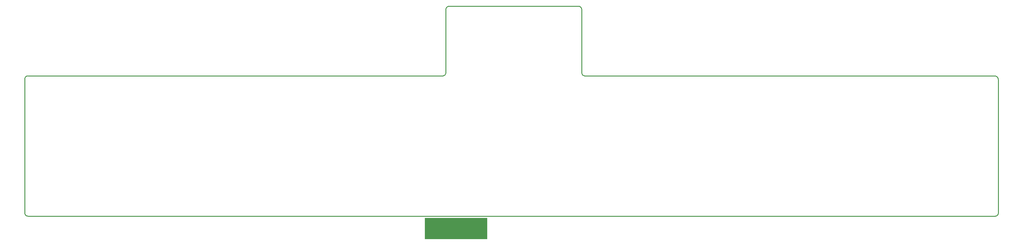
<source format=gko>
G04*
G04 #@! TF.GenerationSoftware,Altium Limited,Altium Designer,23.10.1 (27)*
G04*
G04 Layer_Color=16711935*
%FSLAX44Y44*%
%MOMM*%
G71*
G04*
G04 #@! TF.SameCoordinates,03B978FF-55A4-44C7-B640-70ACE0D70F40*
G04*
G04*
G04 #@! TF.FilePolarity,Positive*
G04*
G01*
G75*
%ADD60C,0.2560*%
%ADD61C,0.2560*%
%ADD62R,18.0000X6.1900*%
D60*
X201940Y593090D02*
G03*
X201940Y593109I-1280J0D01*
G01*
X201940Y410210D02*
G03*
X209550Y402600I7610J0D01*
G01*
X1389388Y402600D02*
G03*
X1389380Y402600I-8J-1280D01*
G01*
X191779Y603260D02*
G03*
X191770Y603260I-9J-1280D01*
G01*
X191779Y603260D02*
G03*
X191770Y603260I-9J-10170D01*
G01*
X201940Y593109D02*
G03*
X191779Y603260I-10170J-19D01*
G01*
X201940Y593090D02*
G03*
X201940Y593109I-10170J0D01*
G01*
X1400820Y391160D02*
G03*
X1400820Y391179I-1280J0D01*
G01*
Y391160D02*
G03*
X1400820Y391162I-11438J2D01*
G01*
Y391159D02*
Y391160D01*
X1389388Y402600D02*
G03*
X1389380Y402600I-7J-11438D01*
G01*
X1400820Y391179D02*
G03*
X1389388Y402600I-11438J-16D01*
G01*
X1400820Y391162D02*
G03*
X1400820Y391179I-11438J0D01*
G01*
X1400820Y7617D02*
G03*
X1400820Y7620I-8898J0D01*
G01*
Y7612D02*
G03*
X1400820Y7620I-1280J8D01*
G01*
X1400820Y7612D02*
G03*
X1400820Y7617I-8898J6D01*
G01*
X1391919Y-1280D02*
G03*
X1400820Y7612I3J8898D01*
G01*
X-179070Y603260D02*
G03*
X-179087Y603260I0J-1280D01*
G01*
D02*
G03*
X-189240Y593090I17J-10170D01*
G01*
X-179070Y603260D02*
G03*
X-179087Y603260I0J-10170D01*
G01*
X-189241Y410218D02*
G03*
X-189241Y410210I1280J-8D01*
G01*
X-196850Y402600D02*
G03*
X-189241Y410210I0J7609D01*
G01*
X-1391920Y402600D02*
G03*
X-1391940Y402600I0J-1280D01*
G01*
X-1391921Y-1280D02*
G03*
X-1391920Y-1280I0J8899D01*
G01*
X-1400820Y7619D02*
G03*
X-1391921Y-1280I8899J0D01*
G01*
X-1400820Y7620D02*
G03*
X-1400820Y7619I8899J-1D01*
G01*
X-1391940Y402600D02*
G03*
X-1400820Y393700I19J-8900D01*
G01*
X-1391920Y402600D02*
G03*
X-1391940Y402600I0J-8900D01*
G01*
X201940Y410210D02*
Y593090D01*
X209550Y402600D02*
X1389380D01*
X1400820Y7620D02*
Y391160D01*
X-179070Y603260D02*
X191770D01*
X-189241Y410218D02*
X-189240Y593090D01*
X-189241Y410210D02*
Y410218D01*
X-1391920Y402600D02*
X-196850D01*
X-1391920Y-1280D02*
X1391920D01*
X-1391921D02*
X-1391920D01*
X-1400820Y7620D02*
Y393700D01*
Y7619D02*
Y7620D01*
D61*
X209550Y402600D02*
D03*
X209550D02*
D03*
X201940Y593090D02*
D03*
X1389380Y402600D02*
D03*
X1400820Y7620D02*
D03*
X-179070Y603260D02*
D03*
X-1391920Y402600D02*
D03*
D62*
X-160000Y-36574D02*
D03*
M02*

</source>
